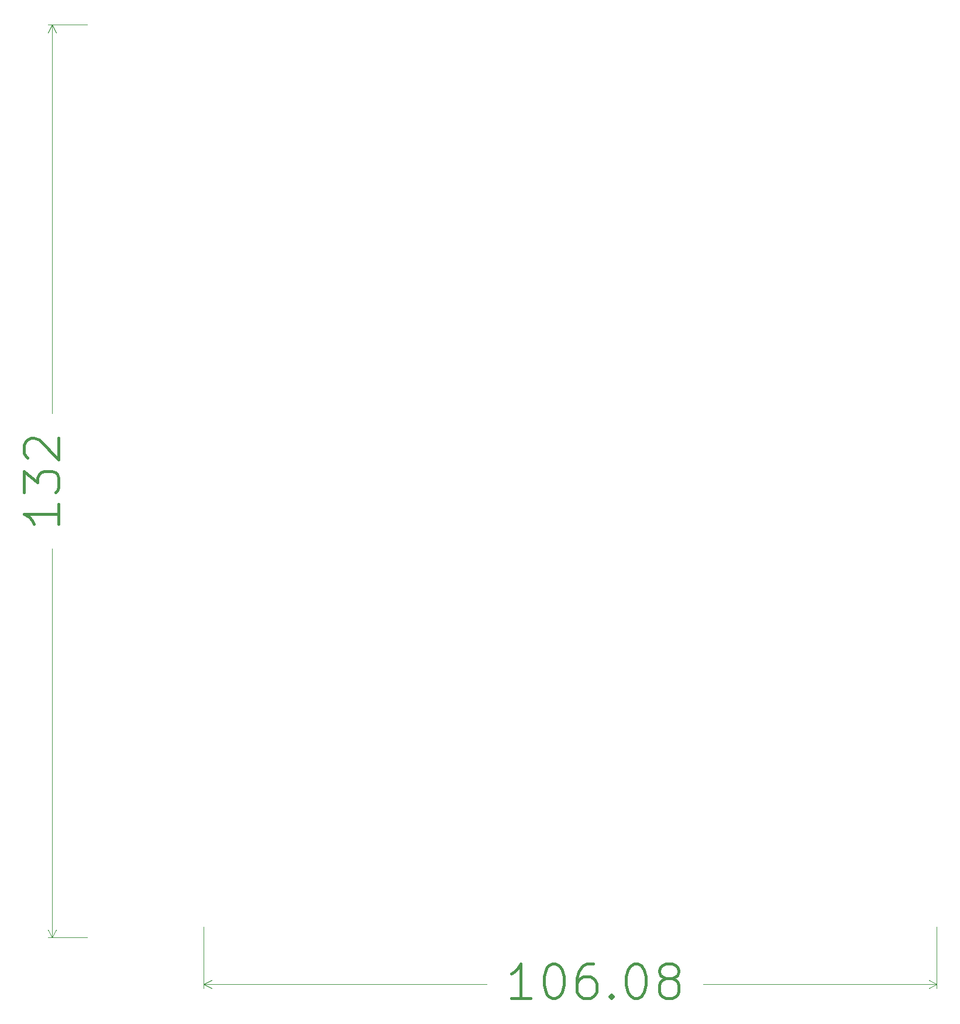
<source format=gbr>
G04 #@! TF.GenerationSoftware,KiCad,Pcbnew,9.0.0*
G04 #@! TF.CreationDate,2025-04-29T18:09:41-05:00*
G04 #@! TF.ProjectId,Mainboard,4d61696e-626f-4617-9264-2e6b69636164,rev?*
G04 #@! TF.SameCoordinates,Original*
G04 #@! TF.FileFunction,OtherDrawing,Comment*
%FSLAX46Y46*%
G04 Gerber Fmt 4.6, Leading zero omitted, Abs format (unit mm)*
G04 Created by KiCad (PCBNEW 9.0.0) date 2025-04-29 18:09:41*
%MOMM*%
%LPD*%
G01*
G04 APERTURE LIST*
%ADD10C,0.400000*%
%ADD11C,0.100000*%
G04 APERTURE END LIST*
D10*
X98192295Y-96318333D02*
X98192295Y-99175476D01*
X98192295Y-97746904D02*
X93192295Y-97746904D01*
X93192295Y-97746904D02*
X93906580Y-98223095D01*
X93906580Y-98223095D02*
X94382771Y-98699285D01*
X94382771Y-98699285D02*
X94620866Y-99175476D01*
X93192295Y-94651666D02*
X93192295Y-91556428D01*
X93192295Y-91556428D02*
X95097057Y-93223094D01*
X95097057Y-93223094D02*
X95097057Y-92508809D01*
X95097057Y-92508809D02*
X95335152Y-92032618D01*
X95335152Y-92032618D02*
X95573247Y-91794523D01*
X95573247Y-91794523D02*
X96049438Y-91556428D01*
X96049438Y-91556428D02*
X97239914Y-91556428D01*
X97239914Y-91556428D02*
X97716104Y-91794523D01*
X97716104Y-91794523D02*
X97954200Y-92032618D01*
X97954200Y-92032618D02*
X98192295Y-92508809D01*
X98192295Y-92508809D02*
X98192295Y-93937380D01*
X98192295Y-93937380D02*
X97954200Y-94413571D01*
X97954200Y-94413571D02*
X97716104Y-94651666D01*
X93668485Y-89651666D02*
X93430390Y-89413570D01*
X93430390Y-89413570D02*
X93192295Y-88937380D01*
X93192295Y-88937380D02*
X93192295Y-87746904D01*
X93192295Y-87746904D02*
X93430390Y-87270713D01*
X93430390Y-87270713D02*
X93668485Y-87032618D01*
X93668485Y-87032618D02*
X94144676Y-86794523D01*
X94144676Y-86794523D02*
X94620866Y-86794523D01*
X94620866Y-86794523D02*
X95335152Y-87032618D01*
X95335152Y-87032618D02*
X98192295Y-89889761D01*
X98192295Y-89889761D02*
X98192295Y-86794523D01*
D11*
X102320000Y-159025000D02*
X96663580Y-159025000D01*
X96663580Y-27025000D02*
X102320000Y-27025000D01*
X97250000Y-159025000D02*
X97250000Y-102727857D01*
X97250000Y-83242142D02*
X97250000Y-27025000D01*
X97250000Y-159025000D02*
X96663579Y-157898496D01*
X97250000Y-159025000D02*
X97836421Y-157898496D01*
X97250000Y-27025000D02*
X97836421Y-28151504D01*
X97250000Y-27025000D02*
X96663579Y-28151504D01*
X97250000Y-159025000D02*
X97250000Y-102727857D01*
X97250000Y-83242142D02*
X97250000Y-27025000D01*
X97250000Y-159025000D02*
X96663579Y-157898496D01*
X97250000Y-159025000D02*
X97836421Y-157898496D01*
X97250000Y-27025000D02*
X97836421Y-28151504D01*
X97250000Y-27025000D02*
X96663579Y-28151504D01*
D10*
X166499285Y-167792295D02*
X163642142Y-167792295D01*
X165070714Y-167792295D02*
X165070714Y-162792295D01*
X165070714Y-162792295D02*
X164594523Y-163506580D01*
X164594523Y-163506580D02*
X164118333Y-163982771D01*
X164118333Y-163982771D02*
X163642142Y-164220866D01*
X169594524Y-162792295D02*
X170070714Y-162792295D01*
X170070714Y-162792295D02*
X170546905Y-163030390D01*
X170546905Y-163030390D02*
X170785000Y-163268485D01*
X170785000Y-163268485D02*
X171023095Y-163744676D01*
X171023095Y-163744676D02*
X171261190Y-164697057D01*
X171261190Y-164697057D02*
X171261190Y-165887533D01*
X171261190Y-165887533D02*
X171023095Y-166839914D01*
X171023095Y-166839914D02*
X170785000Y-167316104D01*
X170785000Y-167316104D02*
X170546905Y-167554200D01*
X170546905Y-167554200D02*
X170070714Y-167792295D01*
X170070714Y-167792295D02*
X169594524Y-167792295D01*
X169594524Y-167792295D02*
X169118333Y-167554200D01*
X169118333Y-167554200D02*
X168880238Y-167316104D01*
X168880238Y-167316104D02*
X168642143Y-166839914D01*
X168642143Y-166839914D02*
X168404047Y-165887533D01*
X168404047Y-165887533D02*
X168404047Y-164697057D01*
X168404047Y-164697057D02*
X168642143Y-163744676D01*
X168642143Y-163744676D02*
X168880238Y-163268485D01*
X168880238Y-163268485D02*
X169118333Y-163030390D01*
X169118333Y-163030390D02*
X169594524Y-162792295D01*
X175546905Y-162792295D02*
X174594524Y-162792295D01*
X174594524Y-162792295D02*
X174118333Y-163030390D01*
X174118333Y-163030390D02*
X173880238Y-163268485D01*
X173880238Y-163268485D02*
X173404048Y-163982771D01*
X173404048Y-163982771D02*
X173165952Y-164935152D01*
X173165952Y-164935152D02*
X173165952Y-166839914D01*
X173165952Y-166839914D02*
X173404048Y-167316104D01*
X173404048Y-167316104D02*
X173642143Y-167554200D01*
X173642143Y-167554200D02*
X174118333Y-167792295D01*
X174118333Y-167792295D02*
X175070714Y-167792295D01*
X175070714Y-167792295D02*
X175546905Y-167554200D01*
X175546905Y-167554200D02*
X175785000Y-167316104D01*
X175785000Y-167316104D02*
X176023095Y-166839914D01*
X176023095Y-166839914D02*
X176023095Y-165649438D01*
X176023095Y-165649438D02*
X175785000Y-165173247D01*
X175785000Y-165173247D02*
X175546905Y-164935152D01*
X175546905Y-164935152D02*
X175070714Y-164697057D01*
X175070714Y-164697057D02*
X174118333Y-164697057D01*
X174118333Y-164697057D02*
X173642143Y-164935152D01*
X173642143Y-164935152D02*
X173404048Y-165173247D01*
X173404048Y-165173247D02*
X173165952Y-165649438D01*
X178165953Y-167316104D02*
X178404048Y-167554200D01*
X178404048Y-167554200D02*
X178165953Y-167792295D01*
X178165953Y-167792295D02*
X177927857Y-167554200D01*
X177927857Y-167554200D02*
X178165953Y-167316104D01*
X178165953Y-167316104D02*
X178165953Y-167792295D01*
X181499286Y-162792295D02*
X181975476Y-162792295D01*
X181975476Y-162792295D02*
X182451667Y-163030390D01*
X182451667Y-163030390D02*
X182689762Y-163268485D01*
X182689762Y-163268485D02*
X182927857Y-163744676D01*
X182927857Y-163744676D02*
X183165952Y-164697057D01*
X183165952Y-164697057D02*
X183165952Y-165887533D01*
X183165952Y-165887533D02*
X182927857Y-166839914D01*
X182927857Y-166839914D02*
X182689762Y-167316104D01*
X182689762Y-167316104D02*
X182451667Y-167554200D01*
X182451667Y-167554200D02*
X181975476Y-167792295D01*
X181975476Y-167792295D02*
X181499286Y-167792295D01*
X181499286Y-167792295D02*
X181023095Y-167554200D01*
X181023095Y-167554200D02*
X180785000Y-167316104D01*
X180785000Y-167316104D02*
X180546905Y-166839914D01*
X180546905Y-166839914D02*
X180308809Y-165887533D01*
X180308809Y-165887533D02*
X180308809Y-164697057D01*
X180308809Y-164697057D02*
X180546905Y-163744676D01*
X180546905Y-163744676D02*
X180785000Y-163268485D01*
X180785000Y-163268485D02*
X181023095Y-163030390D01*
X181023095Y-163030390D02*
X181499286Y-162792295D01*
X186023095Y-164935152D02*
X185546905Y-164697057D01*
X185546905Y-164697057D02*
X185308810Y-164458961D01*
X185308810Y-164458961D02*
X185070714Y-163982771D01*
X185070714Y-163982771D02*
X185070714Y-163744676D01*
X185070714Y-163744676D02*
X185308810Y-163268485D01*
X185308810Y-163268485D02*
X185546905Y-163030390D01*
X185546905Y-163030390D02*
X186023095Y-162792295D01*
X186023095Y-162792295D02*
X186975476Y-162792295D01*
X186975476Y-162792295D02*
X187451667Y-163030390D01*
X187451667Y-163030390D02*
X187689762Y-163268485D01*
X187689762Y-163268485D02*
X187927857Y-163744676D01*
X187927857Y-163744676D02*
X187927857Y-163982771D01*
X187927857Y-163982771D02*
X187689762Y-164458961D01*
X187689762Y-164458961D02*
X187451667Y-164697057D01*
X187451667Y-164697057D02*
X186975476Y-164935152D01*
X186975476Y-164935152D02*
X186023095Y-164935152D01*
X186023095Y-164935152D02*
X185546905Y-165173247D01*
X185546905Y-165173247D02*
X185308810Y-165411342D01*
X185308810Y-165411342D02*
X185070714Y-165887533D01*
X185070714Y-165887533D02*
X185070714Y-166839914D01*
X185070714Y-166839914D02*
X185308810Y-167316104D01*
X185308810Y-167316104D02*
X185546905Y-167554200D01*
X185546905Y-167554200D02*
X186023095Y-167792295D01*
X186023095Y-167792295D02*
X186975476Y-167792295D01*
X186975476Y-167792295D02*
X187451667Y-167554200D01*
X187451667Y-167554200D02*
X187689762Y-167316104D01*
X187689762Y-167316104D02*
X187927857Y-166839914D01*
X187927857Y-166839914D02*
X187927857Y-165887533D01*
X187927857Y-165887533D02*
X187689762Y-165411342D01*
X187689762Y-165411342D02*
X187451667Y-165173247D01*
X187451667Y-165173247D02*
X186975476Y-164935152D01*
D11*
X119170000Y-157425000D02*
X119170000Y-166361420D01*
X225250000Y-166361420D02*
X225250000Y-157425000D01*
X119170000Y-165775000D02*
X160089762Y-165775000D01*
X191480239Y-165775000D02*
X225250000Y-165775000D01*
X119170000Y-165775000D02*
X120296504Y-165188579D01*
X119170000Y-165775000D02*
X120296504Y-166361421D01*
X225250000Y-165775000D02*
X224123496Y-166361421D01*
X225250000Y-165775000D02*
X224123496Y-165188579D01*
X119170000Y-165775000D02*
X160089762Y-165775000D01*
X191480239Y-165775000D02*
X225250000Y-165775000D01*
X119170000Y-165775000D02*
X120296504Y-165188579D01*
X119170000Y-165775000D02*
X120296504Y-166361421D01*
X225250000Y-165775000D02*
X224123496Y-166361421D01*
X225250000Y-165775000D02*
X224123496Y-165188579D01*
M02*

</source>
